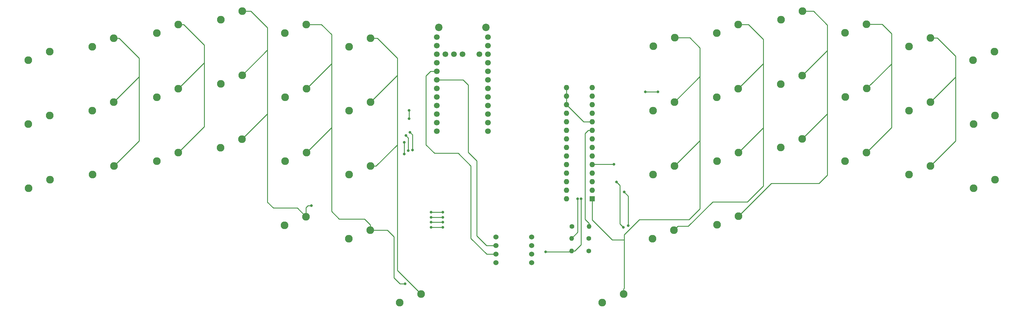
<source format=gtl>
G04 #@! TF.GenerationSoftware,KiCad,Pcbnew,5.1.5*
G04 #@! TF.CreationDate,2020-03-09T20:34:47+00:00*
G04 #@! TF.ProjectId,pcb,7063622e-6b69-4636-9164-5f7063625858,rev?*
G04 #@! TF.SameCoordinates,Original*
G04 #@! TF.FileFunction,Copper,L1,Top*
G04 #@! TF.FilePolarity,Positive*
%FSLAX46Y46*%
G04 Gerber Fmt 4.6, Leading zero omitted, Abs format (unit mm)*
G04 Created by KiCad (PCBNEW 5.1.5) date 2020-03-09 20:34:47*
%MOMM*%
%LPD*%
G04 APERTURE LIST*
%ADD10C,2.286000*%
%ADD11O,1.400000X1.400000*%
%ADD12C,1.400000*%
%ADD13O,1.600000X1.600000*%
%ADD14R,1.600000X1.600000*%
%ADD15C,1.524000*%
%ADD16C,1.700000*%
%ADD17C,2.200000*%
%ADD18C,0.800000*%
%ADD19C,0.250000*%
G04 APERTURE END LIST*
D10*
X69340000Y-96610000D03*
X75690000Y-94070000D03*
X88440000Y-81610000D03*
X94790000Y-79070000D03*
D11*
X154370000Y-104250000D03*
D12*
X159450000Y-104250000D03*
D11*
X154370000Y-100500000D03*
D12*
X159450000Y-100500000D03*
D11*
X159530000Y-97000000D03*
D12*
X154450000Y-97000000D03*
D13*
X152830000Y-88750000D03*
X160450000Y-55730000D03*
X152830000Y-86210000D03*
X160450000Y-58270000D03*
X152830000Y-83670000D03*
X160450000Y-60810000D03*
X152830000Y-81130000D03*
X160450000Y-63350000D03*
X152830000Y-78590000D03*
X160450000Y-65890000D03*
X152830000Y-76050000D03*
X160450000Y-68430000D03*
X152830000Y-73510000D03*
X160450000Y-70970000D03*
X152830000Y-70970000D03*
X160450000Y-73510000D03*
X152830000Y-68430000D03*
X160450000Y-76050000D03*
X152830000Y-65890000D03*
X160450000Y-78590000D03*
X152830000Y-63350000D03*
X160450000Y-81130000D03*
X152830000Y-60810000D03*
X160450000Y-83670000D03*
X152830000Y-58270000D03*
X160450000Y-86210000D03*
X152830000Y-55730000D03*
D14*
X160450000Y-88750000D03*
D15*
X131950000Y-107770000D03*
X131950000Y-105230000D03*
X131950000Y-102690000D03*
X131950000Y-100150000D03*
X142500000Y-100130000D03*
X142500000Y-102670000D03*
X142500000Y-105210000D03*
X142500000Y-107750000D03*
D16*
X129615000Y-40750000D03*
X114400000Y-43290000D03*
D17*
X129005000Y-37925200D03*
X115009600Y-37925200D03*
D16*
X114400000Y-40750000D03*
X116940000Y-45830000D03*
X114400000Y-45830000D03*
X114400000Y-48370000D03*
X114400000Y-50910000D03*
X114400000Y-53450000D03*
X119480000Y-45830000D03*
X122020000Y-45830000D03*
X114400000Y-55990000D03*
X114400000Y-58530000D03*
X114400000Y-61070000D03*
X114400000Y-63610000D03*
X114400000Y-66150000D03*
X114400000Y-68690000D03*
X129615000Y-43290000D03*
X129615000Y-45830000D03*
X129615000Y-50910000D03*
X127075000Y-45830000D03*
X129615000Y-48370000D03*
X129615000Y-53450000D03*
X129615000Y-55990000D03*
X129615000Y-58530000D03*
X129615000Y-63610000D03*
X129615000Y-66150000D03*
X129615000Y-61070000D03*
X129615000Y-68690000D03*
D10*
X37790000Y-56070000D03*
X31440000Y-58610000D03*
X-6660000Y-47610000D03*
X-310000Y-45070000D03*
X12340000Y-43610000D03*
X18690000Y-41070000D03*
X37790000Y-37070000D03*
X31440000Y-39610000D03*
X50440000Y-35610000D03*
X56790000Y-33070000D03*
X75700000Y-37010000D03*
X69350000Y-39550000D03*
X94790000Y-41070000D03*
X88440000Y-43610000D03*
X-6660000Y-66610000D03*
X-310000Y-64070000D03*
X12340000Y-62610000D03*
X18690000Y-60070000D03*
X50440000Y-54610000D03*
X56790000Y-52070000D03*
X75790000Y-56070000D03*
X69440000Y-58610000D03*
X88440000Y-62610000D03*
X94790000Y-60070000D03*
X-210000Y-83070000D03*
X-6560000Y-85610000D03*
X12440000Y-81610000D03*
X18790000Y-79070000D03*
X37790000Y-75070000D03*
X31440000Y-77610000D03*
X56690000Y-71070000D03*
X50340000Y-73610000D03*
X75790000Y-75070000D03*
X69440000Y-77610000D03*
X94690000Y-98070000D03*
X88340000Y-100610000D03*
X103440000Y-119610000D03*
X109790000Y-117070000D03*
X178580000Y-43470000D03*
X184930000Y-40930000D03*
X203740000Y-37070000D03*
X197390000Y-39610000D03*
X216490000Y-35610000D03*
X222840000Y-33070000D03*
X241740000Y-36970000D03*
X235390000Y-39510000D03*
X254380000Y-43570000D03*
X260730000Y-41030000D03*
X279740000Y-45070000D03*
X273390000Y-47610000D03*
X178490000Y-62610000D03*
X184840000Y-60070000D03*
X203740000Y-56070000D03*
X197390000Y-58610000D03*
X216390000Y-54710000D03*
X222740000Y-52170000D03*
X241840000Y-55970000D03*
X235490000Y-58510000D03*
X254390000Y-62610000D03*
X260740000Y-60070000D03*
X279840000Y-64070000D03*
X273490000Y-66610000D03*
X178490000Y-81610000D03*
X184840000Y-79070000D03*
X203840000Y-75070000D03*
X197490000Y-77610000D03*
X216390000Y-73510000D03*
X222740000Y-70970000D03*
X241740000Y-75070000D03*
X235390000Y-77610000D03*
X254390000Y-81610000D03*
X260740000Y-79070000D03*
X279840000Y-83070000D03*
X273490000Y-85610000D03*
X169840000Y-117070000D03*
X163490000Y-119610000D03*
X178390000Y-100610000D03*
X184740000Y-98070000D03*
X203840000Y-93970000D03*
X197490000Y-96510000D03*
D18*
X146700000Y-104500000D03*
X157200000Y-88750000D03*
X156200000Y-88750000D03*
X104750000Y-72000000D03*
X116250000Y-95750000D03*
X104750000Y-75500000D03*
X112750000Y-95750000D03*
X105250000Y-70000000D03*
X106000000Y-74500000D03*
X116250000Y-94250000D03*
X112750000Y-94250000D03*
X106250000Y-62500000D03*
X106250000Y-65000000D03*
X106500000Y-69000000D03*
X107250000Y-74250000D03*
X112750000Y-92750000D03*
X116250000Y-92750000D03*
X112750000Y-97250000D03*
X116250000Y-97250000D03*
X77250000Y-90775000D03*
X105000000Y-114000000D03*
X171200000Y-96750000D03*
X169950000Y-86750000D03*
X169700000Y-97250000D03*
X167700000Y-83750000D03*
X166950000Y-78500000D03*
X179950000Y-57000000D03*
X176200000Y-57000000D03*
D19*
X131950000Y-102690000D02*
X129190000Y-102690000D01*
X129190000Y-102690000D02*
X126250000Y-99750000D01*
X126250000Y-99750000D02*
X126250000Y-77500000D01*
X126250000Y-77500000D02*
X123750000Y-75000000D01*
X123750000Y-75000000D02*
X123750000Y-55000000D01*
X122200000Y-53450000D02*
X114400000Y-53450000D01*
X123750000Y-55000000D02*
X122200000Y-53450000D01*
X129230000Y-105230000D02*
X131950000Y-105230000D01*
X124500000Y-79000000D02*
X124500000Y-100500000D01*
X114400000Y-50910000D02*
X112590000Y-50910000D01*
X111250000Y-52250000D02*
X111250000Y-72750000D01*
X120750000Y-75250000D02*
X124500000Y-79000000D01*
X112590000Y-50910000D02*
X111250000Y-52250000D01*
X111250000Y-72750000D02*
X113750000Y-75250000D01*
X124500000Y-100500000D02*
X129230000Y-105230000D01*
X113750000Y-75250000D02*
X120750000Y-75250000D01*
X160450000Y-68430000D02*
X159318630Y-68430000D01*
X158349315Y-94829366D02*
X158349315Y-69399315D01*
X159530000Y-96010051D02*
X158349315Y-94829366D01*
X159530000Y-97000000D02*
X159530000Y-96010051D01*
X159318630Y-68430000D02*
X158349315Y-69399315D01*
X152830000Y-59401370D02*
X152830000Y-60810000D01*
X152830000Y-58270000D02*
X152830000Y-59401370D01*
X152830000Y-58270000D02*
X152830000Y-55730000D01*
X157910000Y-65890000D02*
X152830000Y-60810000D01*
X160450000Y-65890000D02*
X157910000Y-65890000D01*
X154120000Y-104500000D02*
X154370000Y-104250000D01*
X146700000Y-104500000D02*
X149950000Y-104500000D01*
X149950000Y-104500000D02*
X150450000Y-104500000D01*
X150450000Y-104500000D02*
X154120000Y-104500000D01*
X157200000Y-102409949D02*
X157200000Y-99750000D01*
X155359949Y-104250000D02*
X157200000Y-102409949D01*
X154370000Y-104250000D02*
X155359949Y-104250000D01*
X157200000Y-88750000D02*
X157200000Y-99750000D01*
X156200000Y-98670000D02*
X154370000Y-100500000D01*
X156200000Y-88750000D02*
X156200000Y-98670000D01*
X104750000Y-72000000D02*
X104750000Y-75500000D01*
X112750000Y-95750000D02*
X116250000Y-95750000D01*
X18690000Y-41070000D02*
X20320000Y-41070000D01*
X20320000Y-41070000D02*
X26250000Y-47000000D01*
X26250000Y-71610000D02*
X18790000Y-79070000D01*
X26250000Y-57000000D02*
X26250000Y-71610000D01*
X26250000Y-52510000D02*
X26250000Y-52000000D01*
X18690000Y-60070000D02*
X26250000Y-52510000D01*
X26250000Y-47000000D02*
X26250000Y-52000000D01*
X26250000Y-52000000D02*
X26250000Y-57000000D01*
X105250000Y-70000000D02*
X106000000Y-70750000D01*
X106000000Y-70750000D02*
X106000000Y-74500000D01*
X112750000Y-94250000D02*
X116250000Y-94250000D01*
X39406446Y-37070000D02*
X45500000Y-43163554D01*
X37790000Y-37070000D02*
X39406446Y-37070000D01*
X45500000Y-67360000D02*
X37790000Y-75070000D01*
X45500000Y-51250000D02*
X45500000Y-52500000D01*
X45500000Y-52500000D02*
X45500000Y-67360000D01*
X37790000Y-56070000D02*
X45500000Y-48360000D01*
X45500000Y-43163554D02*
X45500000Y-47750000D01*
X45500000Y-48360000D02*
X45500000Y-47750000D01*
X45500000Y-47750000D02*
X45500000Y-51250000D01*
X106250000Y-62500000D02*
X106250000Y-65000000D01*
X106500000Y-69000000D02*
X107250000Y-69750000D01*
X107250000Y-69750000D02*
X107250000Y-74250000D01*
X112750000Y-92750000D02*
X116250000Y-92750000D01*
X56790000Y-33070000D02*
X59320000Y-33070000D01*
X59320000Y-33070000D02*
X64250000Y-38000000D01*
X64250000Y-63510000D02*
X56690000Y-71070000D01*
X64250000Y-63000000D02*
X64250000Y-89750000D01*
X64250000Y-63000000D02*
X64250000Y-63510000D01*
X64250000Y-47750000D02*
X64250000Y-63000000D01*
X64250000Y-89750000D02*
X66000000Y-91500000D01*
X73120000Y-91500000D02*
X75690000Y-94070000D01*
X66000000Y-91500000D02*
X73120000Y-91500000D01*
X64250000Y-44610000D02*
X64250000Y-43500000D01*
X56790000Y-52070000D02*
X64250000Y-44610000D01*
X64250000Y-38000000D02*
X64250000Y-43500000D01*
X64250000Y-43500000D02*
X64250000Y-47750000D01*
X116250000Y-97250000D02*
X112750000Y-97250000D01*
X77250000Y-90775000D02*
X76275000Y-90775000D01*
X75690000Y-91360000D02*
X75690000Y-94070000D01*
X76275000Y-90775000D02*
X75690000Y-91360000D01*
X75700000Y-37010000D02*
X80260000Y-37010000D01*
X80260000Y-37010000D02*
X83250000Y-40000000D01*
X83250000Y-67610000D02*
X75790000Y-75070000D01*
X94690000Y-96453554D02*
X92986446Y-94750000D01*
X94690000Y-98070000D02*
X94690000Y-96453554D01*
X92986446Y-94750000D02*
X85500000Y-94750000D01*
X83250000Y-92500000D02*
X83250000Y-67250000D01*
X85500000Y-94750000D02*
X83250000Y-92500000D01*
X83250000Y-53250000D02*
X83250000Y-67250000D01*
X83250000Y-67250000D02*
X83250000Y-67610000D01*
X83250000Y-48610000D02*
X83250000Y-48000000D01*
X75790000Y-56070000D02*
X83250000Y-48610000D01*
X83250000Y-40000000D02*
X83250000Y-48000000D01*
X83250000Y-48000000D02*
X83250000Y-53250000D01*
X105000000Y-114000000D02*
X103500000Y-114000000D01*
X103500000Y-114000000D02*
X101750000Y-112250000D01*
X101750000Y-112250000D02*
X101750000Y-100000000D01*
X99820000Y-98070000D02*
X94690000Y-98070000D01*
X101750000Y-100000000D02*
X99820000Y-98070000D01*
X102750000Y-110030000D02*
X109790000Y-117070000D01*
X94790000Y-41070000D02*
X96820000Y-41070000D01*
X96820000Y-41070000D02*
X102750000Y-47000000D01*
X102750000Y-72726446D02*
X102750000Y-72000000D01*
X96406446Y-79070000D02*
X102750000Y-72726446D01*
X94790000Y-79070000D02*
X96406446Y-79070000D01*
X102750000Y-72000000D02*
X102750000Y-110030000D01*
X94790000Y-60070000D02*
X102750000Y-52110000D01*
X102750000Y-52110000D02*
X102750000Y-52000000D01*
X102750000Y-47000000D02*
X102750000Y-52000000D01*
X102750000Y-52000000D02*
X102750000Y-72000000D01*
X184930000Y-40930000D02*
X189430000Y-40930000D01*
X189430000Y-40930000D02*
X192450000Y-43950000D01*
X192450000Y-71460000D02*
X184840000Y-79070000D01*
X192450000Y-52460000D02*
X192450000Y-51700000D01*
X192450000Y-43950000D02*
X192450000Y-51700000D01*
X184840000Y-60070000D02*
X192450000Y-52460000D01*
X169840000Y-115453554D02*
X169950000Y-115343554D01*
X169840000Y-117070000D02*
X169840000Y-115453554D01*
X192450000Y-51700000D02*
X192450000Y-71200000D01*
X192450000Y-71200000D02*
X192450000Y-71460000D01*
X174450000Y-94950000D02*
X189200000Y-94950000D01*
X169950000Y-99450000D02*
X174450000Y-94950000D01*
X192450000Y-91700000D02*
X192450000Y-89450000D01*
X189200000Y-94950000D02*
X192450000Y-91700000D01*
X192450000Y-89450000D02*
X192450000Y-71200000D01*
X160450000Y-88750000D02*
X160450000Y-95000000D01*
X166450000Y-101000000D02*
X169950000Y-101000000D01*
X169950000Y-115343554D02*
X169950000Y-101000000D01*
X160450000Y-95000000D02*
X166450000Y-101000000D01*
X169950000Y-101000000D02*
X169950000Y-99450000D01*
X203740000Y-37070000D02*
X206820000Y-37070000D01*
X206820000Y-37070000D02*
X211200000Y-41450000D01*
X211200000Y-67710000D02*
X203840000Y-75070000D01*
X211200000Y-48610000D02*
X211200000Y-47200000D01*
X203740000Y-56070000D02*
X211200000Y-48610000D01*
X211200000Y-41450000D02*
X211200000Y-47200000D01*
X211200000Y-47200000D02*
X211200000Y-67200000D01*
X211200000Y-67200000D02*
X211200000Y-67710000D01*
X211200000Y-83450000D02*
X211200000Y-67200000D01*
X211200000Y-84950000D02*
X211200000Y-83450000D01*
X185882999Y-96927001D02*
X188972999Y-96927001D01*
X188972999Y-96927001D02*
X196200000Y-89700000D01*
X184740000Y-98070000D02*
X185882999Y-96927001D01*
X196200000Y-89700000D02*
X206450000Y-89700000D01*
X206450000Y-89700000D02*
X211200000Y-84950000D01*
X171200000Y-96750000D02*
X171200000Y-88000000D01*
X171200000Y-88000000D02*
X169950000Y-86750000D01*
X222840000Y-33070000D02*
X226080000Y-33070000D01*
X226080000Y-33070000D02*
X230200000Y-37190000D01*
X230200000Y-63510000D02*
X222740000Y-70970000D01*
X230200000Y-44710000D02*
X230200000Y-44450000D01*
X222740000Y-52170000D02*
X230200000Y-44710000D01*
X230200000Y-37190000D02*
X230200000Y-44450000D01*
X230200000Y-44450000D02*
X230200000Y-63200000D01*
X230200000Y-63200000D02*
X230200000Y-63510000D01*
X230200000Y-81700000D02*
X230200000Y-63200000D01*
X227700000Y-84200000D02*
X230200000Y-81700000D01*
X213610000Y-84200000D02*
X227700000Y-84200000D01*
X203840000Y-93970000D02*
X213610000Y-84200000D01*
X167700000Y-83750000D02*
X168700000Y-84750000D01*
X168700000Y-96250000D02*
X169700000Y-97250000D01*
X168700000Y-84750000D02*
X168700000Y-96250000D01*
X241740000Y-36970000D02*
X246430000Y-36970000D01*
X246430000Y-36970000D02*
X249200000Y-39740000D01*
X242882999Y-73927001D02*
X241740000Y-75070000D01*
X249200000Y-67610000D02*
X242882999Y-73927001D01*
X243072999Y-54827001D02*
X249200000Y-48700000D01*
X241840000Y-55970000D02*
X242982999Y-54827001D01*
X249200000Y-39740000D02*
X249200000Y-48700000D01*
X242982999Y-54827001D02*
X243072999Y-54827001D01*
X249200000Y-48700000D02*
X249200000Y-67610000D01*
X260730000Y-41030000D02*
X262780000Y-41030000D01*
X262780000Y-41030000D02*
X268200000Y-46450000D01*
X268200000Y-71610000D02*
X260740000Y-79070000D01*
X268200000Y-52610000D02*
X268200000Y-52200000D01*
X260740000Y-60070000D02*
X268200000Y-52610000D01*
X268200000Y-46450000D02*
X268200000Y-52200000D01*
X268200000Y-52200000D02*
X268200000Y-71610000D01*
X160540000Y-78500000D02*
X160450000Y-78590000D01*
X166950000Y-78500000D02*
X160540000Y-78500000D01*
X179950000Y-57000000D02*
X176200000Y-57000000D01*
M02*

</source>
